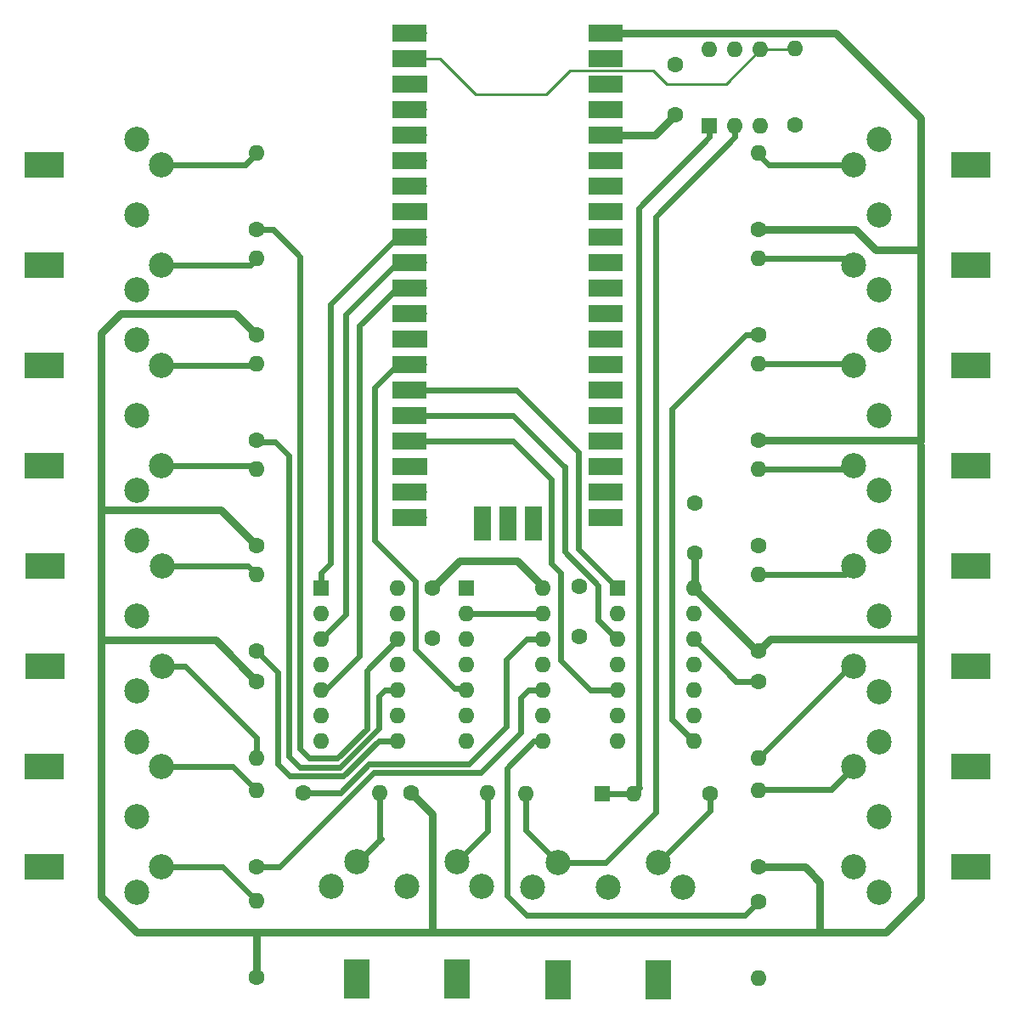
<source format=gbr>
%TF.GenerationSoftware,KiCad,Pcbnew,(6.0.5)*%
%TF.CreationDate,2022-08-29T14:43:18+01:00*%
%TF.ProjectId,PicoMIDISplitter,5069636f-4d49-4444-9953-706c69747465,rev?*%
%TF.SameCoordinates,Original*%
%TF.FileFunction,Copper,L1,Top*%
%TF.FilePolarity,Positive*%
%FSLAX46Y46*%
G04 Gerber Fmt 4.6, Leading zero omitted, Abs format (unit mm)*
G04 Created by KiCad (PCBNEW (6.0.5)) date 2022-08-29 14:43:18*
%MOMM*%
%LPD*%
G01*
G04 APERTURE LIST*
%TA.AperFunction,ComponentPad*%
%ADD10R,1.600000X1.600000*%
%TD*%
%TA.AperFunction,ComponentPad*%
%ADD11O,1.600000X1.600000*%
%TD*%
%TA.AperFunction,ComponentPad*%
%ADD12C,1.600000*%
%TD*%
%TA.AperFunction,ComponentPad*%
%ADD13O,1.700000X1.700000*%
%TD*%
%TA.AperFunction,SMDPad,CuDef*%
%ADD14R,3.500000X1.700000*%
%TD*%
%TA.AperFunction,ComponentPad*%
%ADD15R,1.700000X1.700000*%
%TD*%
%TA.AperFunction,SMDPad,CuDef*%
%ADD16R,1.700000X3.500000*%
%TD*%
%TA.AperFunction,ComponentPad*%
%ADD17C,2.499360*%
%TD*%
%TA.AperFunction,WasherPad*%
%ADD18R,2.500000X4.000000*%
%TD*%
%TA.AperFunction,WasherPad*%
%ADD19R,4.000000X2.500000*%
%TD*%
%TA.AperFunction,Conductor*%
%ADD20C,0.600000*%
%TD*%
%TA.AperFunction,Conductor*%
%ADD21C,0.800000*%
%TD*%
%TA.AperFunction,Conductor*%
%ADD22C,0.254000*%
%TD*%
G04 APERTURE END LIST*
D10*
%TO.P,U5,1*%
%TO.N,Net-(D1-Pad1)*%
X120106200Y-51171000D03*
D11*
%TO.P,U5,2*%
%TO.N,Net-(D1-Pad2)*%
X122646200Y-51171000D03*
%TO.P,U5,3*%
%TO.N,unconnected-(U5-Pad3)*%
X125186200Y-51171000D03*
%TO.P,U5,4*%
%TO.N,/RX0*%
X125186200Y-43551000D03*
%TO.P,U5,5*%
%TO.N,GND*%
X122646200Y-43551000D03*
%TO.P,U5,6*%
%TO.N,+3V3*%
X120106200Y-43551000D03*
%TD*%
D12*
%TO.P,R20,1*%
%TO.N,+3V3*%
X128625600Y-51079400D03*
D11*
%TO.P,R20,2*%
%TO.N,/RX0*%
X128625600Y-43459400D03*
%TD*%
D12*
%TO.P,R19,1*%
%TO.N,Net-(J10-Pad4)*%
X120142000Y-117678200D03*
D11*
%TO.P,R19,2*%
%TO.N,Net-(D1-Pad1)*%
X112522000Y-117678200D03*
%TD*%
%TO.P,U3,14,VCC*%
%TO.N,+5V*%
X118526400Y-97200800D03*
%TO.P,U3,13*%
%TO.N,Net-(U3-Pad13)*%
X118526400Y-99740800D03*
%TO.P,U3,12*%
%TO.N,Net-(R13-Pad1)*%
X118526400Y-102280800D03*
%TO.P,U3,11*%
%TO.N,Net-(U3-Pad11)*%
X118526400Y-104820800D03*
%TO.P,U3,10*%
%TO.N,Net-(R14-Pad1)*%
X118526400Y-107360800D03*
%TO.P,U3,9*%
%TO.N,Net-(U3-Pad6)*%
X118526400Y-109900800D03*
%TO.P,U3,8*%
%TO.N,Net-(R15-Pad1)*%
X118526400Y-112440800D03*
%TO.P,U3,7,GND*%
%TO.N,GND*%
X110906400Y-112440800D03*
%TO.P,U3,6*%
%TO.N,Net-(U3-Pad6)*%
X110906400Y-109900800D03*
%TO.P,U3,5*%
%TO.N,/PIO_TX7*%
X110906400Y-107360800D03*
%TO.P,U3,4*%
%TO.N,Net-(U3-Pad11)*%
X110906400Y-104820800D03*
%TO.P,U3,3*%
%TO.N,/PIO_TX6*%
X110906400Y-102280800D03*
%TO.P,U3,2*%
%TO.N,Net-(U3-Pad13)*%
X110906400Y-99740800D03*
D10*
%TO.P,U3,1*%
%TO.N,/PIO_TX5*%
X110906400Y-97200800D03*
%TD*%
%TO.P,U2,1*%
%TO.N,/TX0*%
X95895000Y-97200800D03*
D11*
%TO.P,U2,2*%
%TO.N,Net-(U2-Pad13)*%
X95895000Y-99740800D03*
%TO.P,U2,3*%
%TO.N,/PIO_TX3*%
X95895000Y-102280800D03*
%TO.P,U2,4*%
%TO.N,Net-(U2-Pad11)*%
X95895000Y-104820800D03*
%TO.P,U2,5*%
%TO.N,/PIO_TX4*%
X95895000Y-107360800D03*
%TO.P,U2,6*%
%TO.N,Net-(U2-Pad6)*%
X95895000Y-109900800D03*
%TO.P,U2,7,GND*%
%TO.N,GND*%
X95895000Y-112440800D03*
%TO.P,U2,8*%
%TO.N,Net-(R6-Pad1)*%
X103515000Y-112440800D03*
%TO.P,U2,9*%
%TO.N,Net-(U2-Pad6)*%
X103515000Y-109900800D03*
%TO.P,U2,10*%
%TO.N,Net-(R5-Pad1)*%
X103515000Y-107360800D03*
%TO.P,U2,11*%
%TO.N,Net-(U2-Pad11)*%
X103515000Y-104820800D03*
%TO.P,U2,12*%
%TO.N,Net-(R4-Pad1)*%
X103515000Y-102280800D03*
%TO.P,U2,13*%
%TO.N,Net-(U2-Pad13)*%
X103515000Y-99740800D03*
%TO.P,U2,14,VCC*%
%TO.N,+5V*%
X103515000Y-97200800D03*
%TD*%
D10*
%TO.P,U1,1*%
%TO.N,/PIO_TX0*%
X81391600Y-97200800D03*
D11*
%TO.P,U1,2*%
%TO.N,Net-(U1-Pad13)*%
X81391600Y-99740800D03*
%TO.P,U1,3*%
%TO.N,/PIO_TX1*%
X81391600Y-102280800D03*
%TO.P,U1,4*%
%TO.N,Net-(U1-Pad11)*%
X81391600Y-104820800D03*
%TO.P,U1,5*%
%TO.N,/PIO_TX2*%
X81391600Y-107360800D03*
%TO.P,U1,6*%
%TO.N,Net-(U1-Pad6)*%
X81391600Y-109900800D03*
%TO.P,U1,7,GND*%
%TO.N,GND*%
X81391600Y-112440800D03*
%TO.P,U1,8*%
%TO.N,Net-(R1-Pad1)*%
X89011600Y-112440800D03*
%TO.P,U1,9*%
%TO.N,Net-(U1-Pad6)*%
X89011600Y-109900800D03*
%TO.P,U1,10*%
%TO.N,Net-(U1-Pad10)*%
X89011600Y-107360800D03*
%TO.P,U1,11*%
%TO.N,Net-(U1-Pad11)*%
X89011600Y-104820800D03*
%TO.P,U1,12*%
%TO.N,Net-(R2-Pad1)*%
X89011600Y-102280800D03*
%TO.P,U1,13*%
%TO.N,Net-(U1-Pad13)*%
X89011600Y-99740800D03*
%TO.P,U1,14,VCC*%
%TO.N,+5V*%
X89011600Y-97200800D03*
%TD*%
D12*
%TO.P,R12,1*%
%TO.N,+5V*%
X125000000Y-125000000D03*
D11*
%TO.P,R12,2*%
%TO.N,Net-(J6-Pad4)*%
X125000000Y-117380000D03*
%TD*%
D12*
%TO.P,R11,1*%
%TO.N,+5V*%
X75000000Y-136000000D03*
D11*
%TO.P,R11,2*%
%TO.N,Net-(J5-Pad4)*%
X75000000Y-128380000D03*
%TD*%
D12*
%TO.P,R10,1*%
%TO.N,+5V*%
X90347800Y-117602000D03*
D11*
%TO.P,R10,2*%
%TO.N,Net-(J4-Pad4)*%
X97967800Y-117602000D03*
%TD*%
D12*
%TO.P,R6,1*%
%TO.N,Net-(R6-Pad1)*%
X125000000Y-128400000D03*
D11*
%TO.P,R6,2*%
%TO.N,Net-(J6-Pad5)*%
X125000000Y-136020000D03*
%TD*%
D12*
%TO.P,R18,1*%
%TO.N,+5V*%
X125000000Y-61500000D03*
D11*
%TO.P,R18,2*%
%TO.N,Net-(J9-Pad4)*%
X125000000Y-53880000D03*
%TD*%
D12*
%TO.P,R17,1*%
%TO.N,+5V*%
X125000000Y-82500000D03*
D11*
%TO.P,R17,2*%
%TO.N,Net-(J8-Pad4)*%
X125000000Y-74880000D03*
%TD*%
D12*
%TO.P,R5,1*%
%TO.N,Net-(R5-Pad1)*%
X75000000Y-125000000D03*
D11*
%TO.P,R5,2*%
%TO.N,Net-(J5-Pad5)*%
X75000000Y-117380000D03*
%TD*%
D12*
%TO.P,R4,1*%
%TO.N,Net-(R4-Pad1)*%
X79654400Y-117576600D03*
D11*
%TO.P,R4,2*%
%TO.N,Net-(J4-Pad5)*%
X87274400Y-117576600D03*
%TD*%
D12*
%TO.P,R9,1*%
%TO.N,+5V*%
X75000000Y-93000000D03*
D11*
%TO.P,R9,2*%
%TO.N,Net-(J3-Pad4)*%
X75000000Y-85380000D03*
%TD*%
%TO.P,R8,2*%
%TO.N,Net-(J2-Pad4)*%
X75000000Y-64380000D03*
D12*
%TO.P,R8,1*%
%TO.N,+5V*%
X75000000Y-72000000D03*
%TD*%
%TO.P,R16,1*%
%TO.N,+5V*%
X125000000Y-103500000D03*
D11*
%TO.P,R16,2*%
%TO.N,Net-(J7-Pad4)*%
X125000000Y-95880000D03*
%TD*%
D12*
%TO.P,R15,1*%
%TO.N,Net-(R15-Pad1)*%
X125000000Y-72000000D03*
D11*
%TO.P,R15,2*%
%TO.N,Net-(J9-Pad5)*%
X125000000Y-64380000D03*
%TD*%
D12*
%TO.P,R3,1*%
%TO.N,Net-(U1-Pad10)*%
X75000000Y-82500000D03*
D11*
%TO.P,R3,2*%
%TO.N,Net-(J3-Pad5)*%
X75000000Y-74880000D03*
%TD*%
D12*
%TO.P,R2,1*%
%TO.N,Net-(R2-Pad1)*%
X75000000Y-61500000D03*
D11*
%TO.P,R2,2*%
%TO.N,Net-(J2-Pad5)*%
X75000000Y-53880000D03*
%TD*%
D12*
%TO.P,R1,1*%
%TO.N,Net-(R1-Pad1)*%
X75000000Y-103500000D03*
D11*
%TO.P,R1,2*%
%TO.N,Net-(J1-Pad5)*%
X75000000Y-95880000D03*
%TD*%
D12*
%TO.P,R7,1*%
%TO.N,+5V*%
X75000000Y-106500000D03*
D11*
%TO.P,R7,2*%
%TO.N,Net-(J1-Pad4)*%
X75000000Y-114120000D03*
%TD*%
D12*
%TO.P,R14,1*%
%TO.N,Net-(R14-Pad1)*%
X125000000Y-93000000D03*
D11*
%TO.P,R14,2*%
%TO.N,Net-(J8-Pad5)*%
X125000000Y-85380000D03*
%TD*%
D12*
%TO.P,R13,1*%
%TO.N,Net-(R13-Pad1)*%
X125000000Y-106500000D03*
D11*
%TO.P,R13,2*%
%TO.N,Net-(J7-Pad5)*%
X125000000Y-114120000D03*
%TD*%
D10*
%TO.P,D1,1,K*%
%TO.N,Net-(D1-Pad1)*%
X109423200Y-117678200D03*
D11*
%TO.P,D1,2,A*%
%TO.N,Net-(D1-Pad2)*%
X101803200Y-117678200D03*
%TD*%
D12*
%TO.P,C2,2*%
%TO.N,GND*%
X107111800Y-102017200D03*
%TO.P,C2,1*%
%TO.N,+5V*%
X107111800Y-97017200D03*
%TD*%
%TO.P,C1,1*%
%TO.N,+5V*%
X92481400Y-97195000D03*
%TO.P,C1,2*%
%TO.N,GND*%
X92481400Y-102195000D03*
%TD*%
%TO.P,C3,1*%
%TO.N,+5V*%
X118668800Y-93711400D03*
%TO.P,C3,2*%
%TO.N,GND*%
X118668800Y-88711400D03*
%TD*%
%TO.P,C4,1*%
%TO.N,GND*%
X116713000Y-44998000D03*
%TO.P,C4,2*%
%TO.N,+3V3*%
X116713000Y-49998000D03*
%TD*%
D13*
%TO.P,U4,1,GPIO0*%
%TO.N,/TX0*%
X91110000Y-41870000D03*
D14*
X90210000Y-41870000D03*
D13*
%TO.P,U4,2,GPIO1*%
%TO.N,/RX0*%
X91110000Y-44410000D03*
D14*
X90210000Y-44410000D03*
%TO.P,U4,3,GND*%
%TO.N,GND*%
X90210000Y-46950000D03*
D15*
X91110000Y-46950000D03*
D13*
%TO.P,U4,4,GPIO2*%
%TO.N,unconnected-(U4-Pad4)*%
X91110000Y-49490000D03*
D14*
X90210000Y-49490000D03*
D13*
%TO.P,U4,5,GPIO3*%
%TO.N,unconnected-(U4-Pad5)*%
X91110000Y-52030000D03*
D14*
X90210000Y-52030000D03*
D13*
%TO.P,U4,6,GPIO4*%
%TO.N,/TX1*%
X91110000Y-54570000D03*
D14*
X90210000Y-54570000D03*
%TO.P,U4,7,GPIO5*%
%TO.N,/RX1*%
X90210000Y-57110000D03*
D13*
X91110000Y-57110000D03*
D15*
%TO.P,U4,8,GND*%
%TO.N,GND*%
X91110000Y-59650000D03*
D14*
X90210000Y-59650000D03*
%TO.P,U4,9,GPIO6*%
%TO.N,/PIO_TX0*%
X90210000Y-62190000D03*
D13*
X91110000Y-62190000D03*
%TO.P,U4,10,GPIO7*%
%TO.N,/PIO_TX1*%
X91110000Y-64730000D03*
D14*
X90210000Y-64730000D03*
%TO.P,U4,11,GPIO8*%
%TO.N,/PIO_TX2*%
X90210000Y-67270000D03*
D13*
X91110000Y-67270000D03*
%TO.P,U4,12,GPIO9*%
%TO.N,/PIO_TX3*%
X91110000Y-69810000D03*
D14*
X90210000Y-69810000D03*
D15*
%TO.P,U4,13,GND*%
%TO.N,GND*%
X91110000Y-72350000D03*
D14*
X90210000Y-72350000D03*
%TO.P,U4,14,GPIO10*%
%TO.N,/PIO_TX4*%
X90210000Y-74890000D03*
D13*
X91110000Y-74890000D03*
%TO.P,U4,15,GPIO11*%
%TO.N,/PIO_TX5*%
X91110000Y-77430000D03*
D14*
X90210000Y-77430000D03*
%TO.P,U4,16,GPIO12*%
%TO.N,/PIO_TX6*%
X90210000Y-79970000D03*
D13*
X91110000Y-79970000D03*
D14*
%TO.P,U4,17,GPIO13*%
%TO.N,/PIO_TX7*%
X90210000Y-82510000D03*
D13*
X91110000Y-82510000D03*
D14*
%TO.P,U4,18,GND*%
%TO.N,GND*%
X90210000Y-85050000D03*
D15*
X91110000Y-85050000D03*
D13*
%TO.P,U4,19,GPIO14*%
%TO.N,unconnected-(U4-Pad19)*%
X91110000Y-87590000D03*
D14*
X90210000Y-87590000D03*
%TO.P,U4,20,GPIO15*%
%TO.N,unconnected-(U4-Pad20)*%
X90210000Y-90130000D03*
D13*
X91110000Y-90130000D03*
D14*
%TO.P,U4,21,GPIO16*%
%TO.N,unconnected-(U4-Pad21)*%
X109790000Y-90130000D03*
D13*
X108890000Y-90130000D03*
D14*
%TO.P,U4,22,GPIO17*%
%TO.N,unconnected-(U4-Pad22)*%
X109790000Y-87590000D03*
D13*
X108890000Y-87590000D03*
D14*
%TO.P,U4,23,GND*%
%TO.N,GND*%
X109790000Y-85050000D03*
D15*
X108890000Y-85050000D03*
D13*
%TO.P,U4,24,GPIO18*%
%TO.N,unconnected-(U4-Pad24)*%
X108890000Y-82510000D03*
D14*
X109790000Y-82510000D03*
%TO.P,U4,25,GPIO19*%
%TO.N,unconnected-(U4-Pad25)*%
X109790000Y-79970000D03*
D13*
X108890000Y-79970000D03*
D14*
%TO.P,U4,26,GPIO20*%
%TO.N,unconnected-(U4-Pad26)*%
X109790000Y-77430000D03*
D13*
X108890000Y-77430000D03*
%TO.P,U4,27,GPIO21*%
%TO.N,unconnected-(U4-Pad27)*%
X108890000Y-74890000D03*
D14*
X109790000Y-74890000D03*
D15*
%TO.P,U4,28,GND*%
%TO.N,GND*%
X108890000Y-72350000D03*
D14*
X109790000Y-72350000D03*
D13*
%TO.P,U4,29,GPIO22*%
%TO.N,unconnected-(U4-Pad29)*%
X108890000Y-69810000D03*
D14*
X109790000Y-69810000D03*
%TO.P,U4,30,RUN*%
%TO.N,unconnected-(U4-Pad30)*%
X109790000Y-67270000D03*
D13*
X108890000Y-67270000D03*
%TO.P,U4,31,GPIO26_ADC0*%
%TO.N,unconnected-(U4-Pad31)*%
X108890000Y-64730000D03*
D14*
X109790000Y-64730000D03*
D13*
%TO.P,U4,32,GPIO27_ADC1*%
%TO.N,unconnected-(U4-Pad32)*%
X108890000Y-62190000D03*
D14*
X109790000Y-62190000D03*
%TO.P,U4,33,AGND*%
%TO.N,unconnected-(U4-Pad33)*%
X109790000Y-59650000D03*
D15*
X108890000Y-59650000D03*
D14*
%TO.P,U4,34,GPIO28_ADC2*%
%TO.N,unconnected-(U4-Pad34)*%
X109790000Y-57110000D03*
D13*
X108890000Y-57110000D03*
D14*
%TO.P,U4,35,ADC_VREF*%
%TO.N,unconnected-(U4-Pad35)*%
X109790000Y-54570000D03*
D13*
X108890000Y-54570000D03*
%TO.P,U4,36,3V3*%
%TO.N,+3V3*%
X108890000Y-52030000D03*
D14*
X109790000Y-52030000D03*
%TO.P,U4,37,3V3_EN*%
%TO.N,unconnected-(U4-Pad37)*%
X109790000Y-49490000D03*
D13*
X108890000Y-49490000D03*
D14*
%TO.P,U4,38,GND*%
%TO.N,GND*%
X109790000Y-46950000D03*
D15*
X108890000Y-46950000D03*
D14*
%TO.P,U4,39,VSYS*%
%TO.N,unconnected-(U4-Pad39)*%
X109790000Y-44410000D03*
D13*
X108890000Y-44410000D03*
%TO.P,U4,40,VBUS*%
%TO.N,+5V*%
X108890000Y-41870000D03*
D14*
X109790000Y-41870000D03*
D16*
%TO.P,U4,41,SWCLK*%
%TO.N,unconnected-(U4-Pad41)*%
X97460000Y-90800000D03*
D13*
X97460000Y-89900000D03*
D15*
%TO.P,U4,42,GND*%
%TO.N,unconnected-(U4-Pad42)*%
X100000000Y-89900000D03*
D16*
X100000000Y-90800000D03*
D13*
%TO.P,U4,43,SWDIO*%
%TO.N,unconnected-(U4-Pad43)*%
X102540000Y-89900000D03*
D16*
X102540000Y-90800000D03*
%TD*%
D17*
%TO.P,J10,3*%
%TO.N,unconnected-(J10-Pad3)*%
X102501920Y-127002800D03*
%TO.P,J10,4*%
%TO.N,Net-(J10-Pad4)*%
X114996180Y-124500900D03*
%TO.P,J10,2*%
%TO.N,unconnected-(J10-Pad2)*%
X110000000Y-127000260D03*
%TO.P,J10,1*%
%TO.N,unconnected-(J10-Pad1)*%
X117498080Y-127002800D03*
%TO.P,J10,5*%
%TO.N,Net-(D1-Pad2)*%
X105003820Y-124500900D03*
D18*
%TO.P,J10,*%
%TO.N,*%
X115001260Y-136197700D03*
X104998740Y-136197700D03*
%TD*%
D17*
%TO.P,J9,3*%
%TO.N,unconnected-(J9-Pad3)*%
X137002800Y-67498080D03*
%TO.P,J9,4*%
%TO.N,Net-(J9-Pad4)*%
X134500900Y-55003820D03*
%TO.P,J9,2*%
%TO.N,GND*%
X137000260Y-60000000D03*
%TO.P,J9,1*%
%TO.N,unconnected-(J9-Pad1)*%
X137002800Y-52501920D03*
%TO.P,J9,5*%
%TO.N,Net-(J9-Pad5)*%
X134500900Y-64996180D03*
D19*
%TO.P,J9,*%
%TO.N,*%
X146197700Y-54998740D03*
X146197700Y-65001260D03*
%TD*%
D17*
%TO.P,J8,3*%
%TO.N,unconnected-(J8-Pad3)*%
X137002800Y-87498080D03*
%TO.P,J8,4*%
%TO.N,Net-(J8-Pad4)*%
X134500900Y-75003820D03*
%TO.P,J8,2*%
%TO.N,GND*%
X137000260Y-80000000D03*
%TO.P,J8,1*%
%TO.N,unconnected-(J8-Pad1)*%
X137002800Y-72501920D03*
%TO.P,J8,5*%
%TO.N,Net-(J8-Pad5)*%
X134500900Y-84996180D03*
D19*
%TO.P,J8,*%
%TO.N,*%
X146197700Y-74998740D03*
X146197700Y-85001260D03*
%TD*%
D17*
%TO.P,J7,3*%
%TO.N,unconnected-(J7-Pad3)*%
X137002800Y-107498080D03*
%TO.P,J7,4*%
%TO.N,Net-(J7-Pad4)*%
X134500900Y-95003820D03*
%TO.P,J7,2*%
%TO.N,GND*%
X137000260Y-100000000D03*
%TO.P,J7,1*%
%TO.N,unconnected-(J7-Pad1)*%
X137002800Y-92501920D03*
%TO.P,J7,5*%
%TO.N,Net-(J7-Pad5)*%
X134500900Y-104996180D03*
D19*
%TO.P,J7,*%
%TO.N,*%
X146197700Y-94998740D03*
X146197700Y-105001260D03*
%TD*%
D18*
%TO.P,J4,*%
%TO.N,*%
X84914740Y-136144100D03*
X94917260Y-136144100D03*
D17*
%TO.P,J4,1*%
%TO.N,unconnected-(J4-Pad1)*%
X97414080Y-126949200D03*
%TO.P,J4,2*%
%TO.N,GND*%
X89916000Y-126946660D03*
%TO.P,J4,3*%
%TO.N,unconnected-(J4-Pad3)*%
X82417920Y-126949200D03*
%TO.P,J4,4*%
%TO.N,Net-(J4-Pad4)*%
X94912180Y-124447300D03*
%TO.P,J4,5*%
%TO.N,Net-(J4-Pad5)*%
X84919820Y-124447300D03*
%TD*%
D19*
%TO.P,J2,*%
%TO.N,*%
X53802300Y-65001260D03*
X53802300Y-54998740D03*
D17*
%TO.P,J2,1*%
%TO.N,unconnected-(J2-Pad1)*%
X62997200Y-67498080D03*
%TO.P,J2,2*%
%TO.N,GND*%
X62999740Y-60000000D03*
%TO.P,J2,3*%
%TO.N,unconnected-(J2-Pad3)*%
X62997200Y-52501920D03*
%TO.P,J2,4*%
%TO.N,Net-(J2-Pad4)*%
X65499100Y-64996180D03*
%TO.P,J2,5*%
%TO.N,Net-(J2-Pad5)*%
X65499100Y-55003820D03*
%TD*%
D19*
%TO.P,J5,*%
%TO.N,*%
X53802300Y-114998740D03*
X53802300Y-125001260D03*
D17*
%TO.P,J5,1*%
%TO.N,unconnected-(J5-Pad1)*%
X62997200Y-127498080D03*
%TO.P,J5,2*%
%TO.N,GND*%
X62999740Y-120000000D03*
%TO.P,J5,3*%
%TO.N,unconnected-(J5-Pad3)*%
X62997200Y-112501920D03*
%TO.P,J5,4*%
%TO.N,Net-(J5-Pad4)*%
X65499100Y-124996180D03*
%TO.P,J5,5*%
%TO.N,Net-(J5-Pad5)*%
X65499100Y-115003820D03*
%TD*%
D19*
%TO.P,J3,*%
%TO.N,*%
X53802300Y-85001260D03*
X53802300Y-74998740D03*
D17*
%TO.P,J3,1*%
%TO.N,unconnected-(J3-Pad1)*%
X62997200Y-87498080D03*
%TO.P,J3,2*%
%TO.N,GND*%
X62999740Y-80000000D03*
%TO.P,J3,3*%
%TO.N,unconnected-(J3-Pad3)*%
X62997200Y-72501920D03*
%TO.P,J3,4*%
%TO.N,Net-(J3-Pad4)*%
X65499100Y-84996180D03*
%TO.P,J3,5*%
%TO.N,Net-(J3-Pad5)*%
X65499100Y-75003820D03*
%TD*%
D19*
%TO.P,J1,*%
%TO.N,*%
X53847900Y-104975660D03*
X53847900Y-94973140D03*
D17*
%TO.P,J1,1*%
%TO.N,unconnected-(J1-Pad1)*%
X63042800Y-107472480D03*
%TO.P,J1,2*%
%TO.N,GND*%
X63045340Y-99974400D03*
%TO.P,J1,3*%
%TO.N,unconnected-(J1-Pad3)*%
X63042800Y-92476320D03*
%TO.P,J1,4*%
%TO.N,Net-(J1-Pad4)*%
X65544700Y-104970580D03*
%TO.P,J1,5*%
%TO.N,Net-(J1-Pad5)*%
X65544700Y-94978220D03*
%TD*%
D19*
%TO.P,J6,*%
%TO.N,*%
X146197700Y-114998740D03*
X146197700Y-125001260D03*
D17*
%TO.P,J6,1*%
%TO.N,unconnected-(J6-Pad1)*%
X137002800Y-112501920D03*
%TO.P,J6,2*%
%TO.N,GND*%
X137000260Y-120000000D03*
%TO.P,J6,3*%
%TO.N,unconnected-(J6-Pad3)*%
X137002800Y-127498080D03*
%TO.P,J6,4*%
%TO.N,Net-(J6-Pad4)*%
X134500900Y-115003820D03*
%TO.P,J6,5*%
%TO.N,Net-(J6-Pad5)*%
X134500900Y-124996180D03*
%TD*%
D20*
%TO.N,Net-(J2-Pad5)*%
X73876180Y-55003820D02*
X75000000Y-53880000D01*
X65499100Y-55003820D02*
X73876180Y-55003820D01*
%TO.N,Net-(R2-Pad1)*%
X76638400Y-61500000D02*
X79273400Y-64135000D01*
X75000000Y-61500000D02*
X76638400Y-61500000D01*
X79273400Y-113207800D02*
X79273400Y-64135000D01*
%TO.N,Net-(J2-Pad4)*%
X65499100Y-64996180D02*
X74383820Y-64996180D01*
X74383820Y-64996180D02*
X75000000Y-64380000D01*
D21*
%TO.N,+5V*%
X72850000Y-69850000D02*
X75000000Y-72000000D01*
X61391800Y-69850000D02*
X72850000Y-69850000D01*
X59486800Y-71755000D02*
X61391800Y-69850000D01*
X59486800Y-89357200D02*
X59486800Y-71755000D01*
D20*
%TO.N,Net-(J3-Pad4)*%
X74616180Y-84996180D02*
X75000000Y-85380000D01*
X65499100Y-84996180D02*
X74616180Y-84996180D01*
D21*
%TO.N,+5V*%
X71401271Y-89401271D02*
X75000000Y-93000000D01*
X59530871Y-89401271D02*
X71401271Y-89401271D01*
X59486800Y-89357200D02*
X59530871Y-89401271D01*
D20*
%TO.N,Net-(J1-Pad5)*%
X74098220Y-94978220D02*
X75000000Y-95880000D01*
X65544700Y-94978220D02*
X74098220Y-94978220D01*
%TO.N,Net-(R1-Pad1)*%
X83628940Y-115925600D02*
X87113740Y-112440800D01*
X87113740Y-112440800D02*
X89011600Y-112440800D01*
X77089000Y-114731800D02*
X78282800Y-115925600D01*
X78282800Y-115925600D02*
X83628940Y-115925600D01*
X77089000Y-105589000D02*
X77089000Y-114731800D01*
X75000000Y-103500000D02*
X77089000Y-105589000D01*
D21*
%TO.N,+5V*%
X70862000Y-102362000D02*
X75000000Y-106500000D01*
X59486800Y-102362000D02*
X70862000Y-102362000D01*
D20*
%TO.N,Net-(J1-Pad4)*%
X75000000Y-112084000D02*
X75000000Y-114120000D01*
X67886580Y-104970580D02*
X75000000Y-112084000D01*
X65544700Y-104970580D02*
X67886580Y-104970580D01*
%TO.N,Net-(J5-Pad5)*%
X72623820Y-115003820D02*
X65499100Y-115003820D01*
X75000000Y-117380000D02*
X72623820Y-115003820D01*
%TO.N,Net-(R5-Pad1)*%
X77218090Y-125000000D02*
X78147445Y-124070645D01*
X86614000Y-115604090D02*
X78147445Y-124070645D01*
X75000000Y-125000000D02*
X77218090Y-125000000D01*
X97298710Y-115604090D02*
X86614000Y-115604090D01*
X101307900Y-111594900D02*
X97298710Y-115604090D01*
X101307900Y-108089700D02*
X101307900Y-111594900D01*
X103515000Y-107360800D02*
X102036800Y-107360800D01*
X102036800Y-107360800D02*
X101307900Y-108089700D01*
%TO.N,Net-(R4-Pad1)*%
X99872800Y-104292400D02*
X101884400Y-102280800D01*
X99872800Y-111010140D02*
X99872800Y-104292400D01*
X96132370Y-114750570D02*
X99872800Y-111010140D01*
X101884400Y-102280800D02*
X103515000Y-102280800D01*
X83337400Y-117576600D02*
X86163430Y-114750570D01*
X86163430Y-114750570D02*
X96132370Y-114750570D01*
X79654400Y-117576600D02*
X83337400Y-117576600D01*
%TO.N,Net-(R6-Pad1)*%
X102595600Y-112440800D02*
X99923600Y-115112800D01*
X99923600Y-127838200D02*
X101854000Y-129768600D01*
X101854000Y-129768600D02*
X123631400Y-129768600D01*
X103515000Y-112440800D02*
X102595600Y-112440800D01*
X99923600Y-115112800D02*
X99923600Y-127838200D01*
X123631400Y-129768600D02*
X125000000Y-128400000D01*
D21*
%TO.N,+5V*%
X100954600Y-94462600D02*
X103515000Y-97023000D01*
X95213800Y-94462600D02*
X100954600Y-94462600D01*
X92481400Y-97195000D02*
X95213800Y-94462600D01*
D20*
%TO.N,Net-(U2-Pad13)*%
X95895000Y-99740800D02*
X103515000Y-99740800D01*
%TO.N,Net-(R2-Pad1)*%
X80213200Y-114147600D02*
X79273400Y-113207800D01*
X85928200Y-105364200D02*
X85928200Y-111212220D01*
X85928200Y-111212220D02*
X82992820Y-114147600D01*
X89011600Y-102280800D02*
X85928200Y-105364200D01*
X82992820Y-114147600D02*
X80213200Y-114147600D01*
%TO.N,Net-(J5-Pad4)*%
X71616180Y-124996180D02*
X75000000Y-128380000D01*
X65499100Y-124996180D02*
X71616180Y-124996180D01*
D21*
%TO.N,+5V*%
X75000000Y-131591200D02*
X75000000Y-136000000D01*
X74879200Y-131470400D02*
X75000000Y-131591200D01*
X129959100Y-125336300D02*
X129622800Y-125000000D01*
X129622800Y-125000000D02*
X125000000Y-125000000D01*
X129959100Y-125336300D02*
X131114800Y-126492000D01*
D20*
%TO.N,Net-(J7-Pad5)*%
X125000000Y-114120000D02*
X134123820Y-104996180D01*
%TO.N,Net-(R13-Pad1)*%
X122003700Y-105758100D02*
X122745600Y-106500000D01*
X118526400Y-102280800D02*
X122003700Y-105758100D01*
X122745600Y-106500000D02*
X125000000Y-106500000D01*
D21*
%TO.N,+5V*%
X126188800Y-102311200D02*
X141147800Y-102311200D01*
X125000000Y-103500000D02*
X126188800Y-102311200D01*
X124825600Y-103500000D02*
X125000000Y-103500000D01*
X118526400Y-97200800D02*
X124825600Y-103500000D01*
D20*
%TO.N,Net-(J7-Pad4)*%
X133624720Y-95880000D02*
X134500900Y-95003820D01*
X125000000Y-95880000D02*
X133624720Y-95880000D01*
%TO.N,Net-(J8-Pad5)*%
X134117080Y-85380000D02*
X134500900Y-84996180D01*
X125000000Y-85380000D02*
X134117080Y-85380000D01*
D21*
%TO.N,+5V*%
X125000000Y-82500000D02*
X141123200Y-82500000D01*
X141147800Y-63525400D02*
X141147800Y-82524600D01*
D20*
%TO.N,Net-(J8-Pad4)*%
X125000000Y-74880000D02*
X134377080Y-74880000D01*
%TO.N,Net-(R15-Pad1)*%
X116382800Y-110297200D02*
X116382800Y-79324200D01*
X118526400Y-112440800D02*
X116382800Y-110297200D01*
X116382800Y-79324200D02*
X123707000Y-72000000D01*
X123707000Y-72000000D02*
X125000000Y-72000000D01*
%TO.N,Net-(J9-Pad5)*%
X133884720Y-64380000D02*
X134500900Y-64996180D01*
X125000000Y-64380000D02*
X133884720Y-64380000D01*
D21*
%TO.N,+5V*%
X136702800Y-63525400D02*
X134677400Y-61500000D01*
X134677400Y-61500000D02*
X125000000Y-61500000D01*
X141147800Y-63525400D02*
X136702800Y-63525400D01*
D22*
%TO.N,/RX0*%
X121747200Y-46990000D02*
X125186200Y-43551000D01*
X115874800Y-46990000D02*
X121747200Y-46990000D01*
X114525311Y-45640511D02*
X115874800Y-46990000D01*
X106175289Y-45640511D02*
X114525311Y-45640511D01*
X103839000Y-47976800D02*
X106175289Y-45640511D01*
X96774000Y-47976800D02*
X103839000Y-47976800D01*
X93207200Y-44410000D02*
X96774000Y-47976800D01*
X91110000Y-44410000D02*
X93207200Y-44410000D01*
X128534000Y-43551000D02*
X128625600Y-43459400D01*
X125186200Y-43551000D02*
X128534000Y-43551000D01*
D21*
%TO.N,+3V3*%
X116713000Y-49998000D02*
X114681000Y-52030000D01*
X114681000Y-52030000D02*
X108890000Y-52030000D01*
D20*
%TO.N,Net-(D1-Pad1)*%
X120106200Y-52232800D02*
X120106200Y-51171000D01*
X113021991Y-59317009D02*
X120106200Y-52232800D01*
X113021991Y-116958991D02*
X113021991Y-59317009D01*
X113131600Y-117068600D02*
X113021991Y-116958991D01*
X112522000Y-117678200D02*
X113131600Y-117068600D01*
%TO.N,Net-(D1-Pad2)*%
X114731800Y-60172600D02*
X122646200Y-52258200D01*
X114731800Y-119507000D02*
X114731800Y-60172600D01*
X109737900Y-124500900D02*
X114731800Y-119507000D01*
X122646200Y-52258200D02*
X122646200Y-51171000D01*
X105003820Y-124500900D02*
X109737900Y-124500900D01*
%TO.N,Net-(J6-Pad4)*%
X132258320Y-117246400D02*
X134500900Y-115003820D01*
X125552200Y-117246400D02*
X132258320Y-117246400D01*
%TO.N,Net-(J9-Pad4)*%
X126022220Y-55003820D02*
X125272800Y-54254400D01*
X134500900Y-55003820D02*
X126022220Y-55003820D01*
D21*
%TO.N,+5V*%
X118668800Y-93711400D02*
X118668800Y-97058400D01*
D20*
%TO.N,/PIO_TX0*%
X81391600Y-95646400D02*
X81391600Y-97200800D01*
X82308700Y-94729300D02*
X81391600Y-95646400D01*
X82308700Y-68922900D02*
X82308700Y-94729300D01*
X91110000Y-62190000D02*
X89041600Y-62190000D01*
X89041600Y-62190000D02*
X82308700Y-68922900D01*
%TO.N,/PIO_TX4*%
X94711600Y-107183000D02*
X95895000Y-107183000D01*
X90805000Y-103276400D02*
X94711600Y-107183000D01*
X90805000Y-96545400D02*
X90805000Y-103276400D01*
X86715600Y-92456000D02*
X90805000Y-96545400D01*
X86715600Y-77217378D02*
X86715600Y-92456000D01*
X87579889Y-76353089D02*
X86715600Y-77217378D01*
X89042978Y-74890000D02*
X87579889Y-76353089D01*
%TO.N,/PIO_TX1*%
X83822500Y-69950478D02*
X89042978Y-64730000D01*
X83822500Y-99849900D02*
X83822500Y-69950478D01*
X89042978Y-64730000D02*
X91110000Y-64730000D01*
X81391600Y-102280800D02*
X83822500Y-99849900D01*
%TO.N,/PIO_TX2*%
X89042978Y-67270000D02*
X91110000Y-67270000D01*
X81422000Y-107391200D02*
X81813400Y-107391200D01*
X81813400Y-107391200D02*
X85242400Y-103962200D01*
X85242400Y-71070578D02*
X89042978Y-67270000D01*
X81391600Y-107360800D02*
X81422000Y-107391200D01*
X85242400Y-103962200D02*
X85242400Y-71070578D01*
%TO.N,/PIO_TX4*%
X91110000Y-74890000D02*
X89042978Y-74890000D01*
%TO.N,/PIO_TX6*%
X105629700Y-85051900D02*
X100547800Y-79970000D01*
X105676700Y-85051900D02*
X105629700Y-85051900D01*
X100547800Y-79970000D02*
X91110000Y-79970000D01*
X105676700Y-93566346D02*
X105676700Y-85051900D01*
X109016800Y-96906445D02*
X105676700Y-93566346D01*
X109016800Y-100391200D02*
X109016800Y-96906445D01*
X110906400Y-102280800D02*
X109016800Y-100391200D01*
%TO.N,/PIO_TX5*%
X107035600Y-93330000D02*
X110906400Y-97200800D01*
X107035600Y-83616800D02*
X107035600Y-93330000D01*
X100848800Y-77430000D02*
X107035600Y-83616800D01*
X91110000Y-77430000D02*
X100848800Y-77430000D01*
%TO.N,/PIO_TX7*%
X108224400Y-107360800D02*
X110906400Y-107360800D01*
X104343200Y-94742000D02*
X105283000Y-95681800D01*
X100518600Y-82510000D02*
X104343200Y-86334600D01*
X104343200Y-86334600D02*
X104343200Y-94742000D01*
X105283000Y-104419400D02*
X108224400Y-107360800D01*
X91110000Y-82510000D02*
X100518600Y-82510000D01*
X105283000Y-95681800D02*
X105283000Y-104419400D01*
%TO.N,Net-(U1-Pad10)*%
X79258080Y-115072080D02*
X79753940Y-115072080D01*
X78181200Y-113995200D02*
X79258080Y-115072080D01*
X78181200Y-113499340D02*
X78181200Y-113995200D01*
X78181200Y-83947000D02*
X78181200Y-113499340D01*
X76835000Y-82600800D02*
X78181200Y-83947000D01*
X75107800Y-82600800D02*
X76835000Y-82600800D01*
X83275400Y-115072080D02*
X79753940Y-115072080D01*
X87172800Y-111174680D02*
X83275400Y-115072080D01*
X87172800Y-107924600D02*
X87172800Y-111174680D01*
X89011600Y-107360800D02*
X87736600Y-107360800D01*
X87736600Y-107360800D02*
X87172800Y-107924600D01*
%TO.N,Net-(J4-Pad5)*%
X87274400Y-122230320D02*
X87010460Y-122494260D01*
X87274400Y-117576600D02*
X87274400Y-122230320D01*
X87010460Y-122494260D02*
X87376000Y-122128720D01*
X85003820Y-124500900D02*
X87010460Y-122494260D01*
%TO.N,+5V*%
X92456000Y-131165600D02*
X92151200Y-131470400D01*
D21*
X92456000Y-119710200D02*
X92456000Y-131165600D01*
X92151200Y-131470400D02*
X74879200Y-131470400D01*
X92862400Y-131470400D02*
X92151200Y-131470400D01*
X90347800Y-117602000D02*
X92456000Y-119710200D01*
D20*
%TO.N,Net-(J4-Pad4)*%
X94912180Y-124447300D02*
X97967800Y-121391680D01*
X97967800Y-121391680D02*
X97967800Y-117602000D01*
%TO.N,Net-(J3-Pad5)*%
X65499100Y-75003820D02*
X75084780Y-75003820D01*
X75084780Y-75003820D02*
X75107800Y-74980800D01*
D21*
%TO.N,+5V*%
X59486800Y-102362000D02*
X59486800Y-89357200D01*
D20*
%TO.N,Net-(D1-Pad2)*%
X101803200Y-121300280D02*
X105003820Y-124500900D01*
X101803200Y-117678200D02*
X101803200Y-121300280D01*
%TO.N,Net-(J10-Pad4)*%
X120142000Y-119355080D02*
X114996180Y-124500900D01*
X120142000Y-117678200D02*
X120142000Y-119355080D01*
%TO.N,Net-(D1-Pad1)*%
X109423200Y-117678200D02*
X112522000Y-117678200D01*
D21*
%TO.N,+5V*%
X141147800Y-50342800D02*
X141147800Y-63525400D01*
X141147800Y-83007200D02*
X141147800Y-102311200D01*
X141147800Y-102311200D02*
X141147800Y-128041400D01*
X131114800Y-126492000D02*
X131114800Y-131470400D01*
X137718800Y-131470400D02*
X131114800Y-131470400D01*
X131114800Y-131470400D02*
X92862400Y-131470400D01*
X74879200Y-131470400D02*
X63042800Y-131470400D01*
X59486800Y-127914400D02*
X59486800Y-102362000D01*
X63042800Y-131470400D02*
X59486800Y-127914400D01*
X141147800Y-128041400D02*
X137718800Y-131470400D01*
X132675000Y-41870000D02*
X141147800Y-50342800D01*
X108890000Y-41870000D02*
X132675000Y-41870000D01*
%TD*%
M02*

</source>
